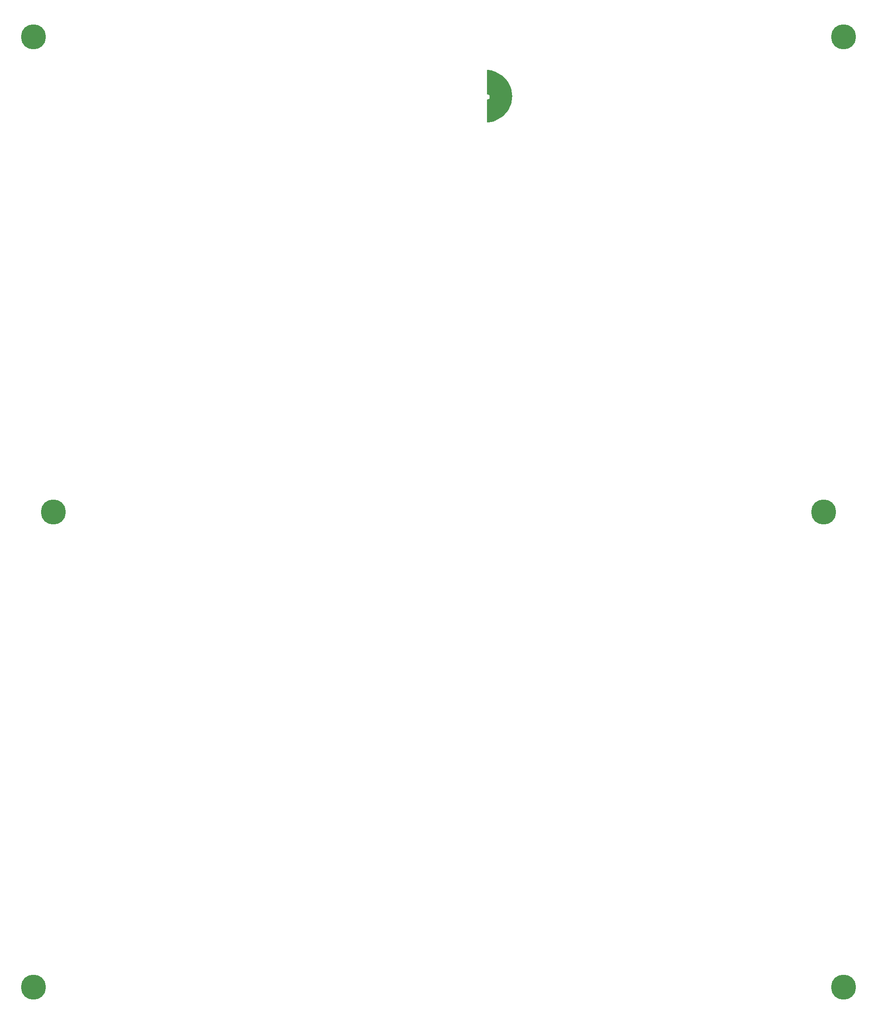
<source format=gbr>
%TF.GenerationSoftware,KiCad,Pcbnew,5.99.0-unknown-f19440f72~106~ubuntu20.04.1*%
%TF.CreationDate,2020-11-23T17:24:37-06:00*%
%TF.ProjectId,FlatAntPanel4x4,466c6174-416e-4745-9061-6e656c347834,rev?*%
%TF.SameCoordinates,Original*%
%TF.FileFunction,Soldermask,Bot*%
%TF.FilePolarity,Negative*%
%FSLAX46Y46*%
G04 Gerber Fmt 4.6, Leading zero omitted, Abs format (unit mm)*
G04 Created by KiCad (PCBNEW 5.99.0-unknown-f19440f72~106~ubuntu20.04.1) date 2020-11-23 17:24:37*
%MOMM*%
%LPD*%
G01*
G04 APERTURE LIST*
%ADD10C,2.500000*%
%ADD11C,0.000100*%
%ADD12C,5.000000*%
%ADD13C,2.900000*%
G04 APERTURE END LIST*
D10*
%TO.C,AF1*%
X103958695Y-33572347D02*
G75*
G03*
X103948400Y-26202762I-1419607J3682817D01*
G01*
D11*
X103023400Y-24628850D02*
X103218400Y-24667600D01*
X103218400Y-24667600D02*
X103378400Y-24697600D01*
X103378400Y-24697600D02*
X103578400Y-24747600D01*
X103578400Y-24747600D02*
X103908400Y-24857600D01*
X103908400Y-24857600D02*
X104288400Y-24997600D01*
X104288400Y-24997600D02*
X102698400Y-24957600D01*
X102698400Y-24957600D02*
X102698400Y-24607600D01*
X102698400Y-24607600D02*
X102828400Y-24607600D01*
X102828400Y-24607600D02*
X103023400Y-24628850D01*
G36*
X103023400Y-24628850D02*
G01*
X103218400Y-24667600D01*
X103378400Y-24697600D01*
X103578400Y-24747600D01*
X103908400Y-24857600D01*
X104288400Y-24997600D01*
X102698400Y-24957600D01*
X102698400Y-24607600D01*
X102828400Y-24607600D01*
X103023400Y-24628850D01*
G37*
X103023400Y-24628850D02*
X103218400Y-24667600D01*
X103378400Y-24697600D01*
X103578400Y-24747600D01*
X103908400Y-24857600D01*
X104288400Y-24997600D01*
X102698400Y-24957600D01*
X102698400Y-24607600D01*
X102828400Y-24607600D01*
X103023400Y-24628850D01*
X105448400Y-29427600D02*
X102698400Y-29427600D01*
X102698400Y-29427600D02*
X102698400Y-24947600D01*
X102698400Y-24947600D02*
X103988400Y-24947600D01*
X103988400Y-24947600D02*
X105448400Y-29427600D01*
G36*
X105448400Y-29427600D02*
G01*
X102698400Y-29427600D01*
X102698400Y-24947600D01*
X103988400Y-24947600D01*
X105448400Y-29427600D01*
G37*
X105448400Y-29427600D02*
X102698400Y-29427600D01*
X102698400Y-24947600D01*
X103988400Y-24947600D01*
X105448400Y-29427600D01*
X104168400Y-34807600D02*
X102698400Y-35027600D01*
X102698400Y-35027600D02*
X102698400Y-30532515D01*
X102698400Y-30532515D02*
X105198400Y-30527600D01*
X105198400Y-30527600D02*
X104168400Y-34807600D01*
G36*
X104168400Y-34807600D02*
G01*
X102698400Y-35027600D01*
X102698400Y-30532515D01*
X105198400Y-30527600D01*
X104168400Y-34807600D01*
G37*
X104168400Y-34807600D02*
X102698400Y-35027600D01*
X102698400Y-30532515D01*
X105198400Y-30527600D01*
X104168400Y-34807600D01*
X105268400Y-30537600D02*
X103238400Y-30537600D01*
X103238400Y-30537600D02*
X103238400Y-29427600D01*
X103238400Y-29427600D02*
X105268400Y-29427600D01*
X105268400Y-29427600D02*
X105268400Y-30537600D01*
G36*
X105268400Y-30537600D02*
G01*
X103238400Y-30537600D01*
X103238400Y-29427600D01*
X105268400Y-29427600D01*
X105268400Y-30537600D01*
G37*
X105268400Y-30537600D02*
X103238400Y-30537600D01*
X103238400Y-29427600D01*
X105268400Y-29427600D01*
X105268400Y-30537600D01*
X103308400Y-30547600D02*
X102718400Y-30547600D01*
X102718400Y-30547600D02*
X102808400Y-30527600D01*
X102808400Y-30527600D02*
X102918400Y-30487600D01*
X102918400Y-30487600D02*
X103018400Y-30437600D01*
X103018400Y-30437600D02*
X103108400Y-30367600D01*
X103108400Y-30367600D02*
X103168400Y-30297600D01*
X103168400Y-30297600D02*
X103235900Y-30161350D01*
X103235900Y-30161350D02*
X103247150Y-29938225D01*
X103247150Y-29938225D02*
X103209650Y-29796975D01*
X103209650Y-29796975D02*
X103158400Y-29707600D01*
X103158400Y-29707600D02*
X103108400Y-29637600D01*
X103108400Y-29637600D02*
X103048400Y-29567600D01*
X103048400Y-29567600D02*
X102978400Y-29507600D01*
X102978400Y-29507600D02*
X102908400Y-29467600D01*
X102908400Y-29467600D02*
X102808400Y-29427600D01*
X102808400Y-29427600D02*
X103308400Y-29427600D01*
X103308400Y-29427600D02*
X103308400Y-30547600D01*
G36*
X103308400Y-30547600D02*
G01*
X102718400Y-30547600D01*
X102808400Y-30527600D01*
X102918400Y-30487600D01*
X103018400Y-30437600D01*
X103108400Y-30367600D01*
X103168400Y-30297600D01*
X103235900Y-30161350D01*
X103247150Y-29938225D01*
X103209650Y-29796975D01*
X103158400Y-29707600D01*
X103108400Y-29637600D01*
X103048400Y-29567600D01*
X102978400Y-29507600D01*
X102908400Y-29467600D01*
X102808400Y-29427600D01*
X103308400Y-29427600D01*
X103308400Y-30547600D01*
G37*
X103308400Y-30547600D02*
X102718400Y-30547600D01*
X102808400Y-30527600D01*
X102918400Y-30487600D01*
X103018400Y-30437600D01*
X103108400Y-30367600D01*
X103168400Y-30297600D01*
X103235900Y-30161350D01*
X103247150Y-29938225D01*
X103209650Y-29796975D01*
X103158400Y-29707600D01*
X103108400Y-29637600D01*
X103048400Y-29567600D01*
X102978400Y-29507600D01*
X102908400Y-29467600D01*
X102808400Y-29427600D01*
X103308400Y-29427600D01*
X103308400Y-30547600D01*
X103958400Y-34867600D02*
X103788400Y-34907600D01*
X103788400Y-34907600D02*
X103588400Y-34947600D01*
X103588400Y-34947600D02*
X103338400Y-34987600D01*
X103338400Y-34987600D02*
X103148400Y-35007600D01*
X103148400Y-35007600D02*
X102998400Y-35017600D01*
X102998400Y-35017600D02*
X102788400Y-35027600D01*
X102788400Y-35027600D02*
X102698400Y-35027600D01*
X102698400Y-35027600D02*
X104168400Y-34807600D01*
X104168400Y-34807600D02*
X103958400Y-34867600D01*
G36*
X103958400Y-34867600D02*
G01*
X103788400Y-34907600D01*
X103588400Y-34947600D01*
X103338400Y-34987600D01*
X103148400Y-35007600D01*
X102998400Y-35017600D01*
X102788400Y-35027600D01*
X102698400Y-35027600D01*
X104168400Y-34807600D01*
X103958400Y-34867600D01*
G37*
X103958400Y-34867600D02*
X103788400Y-34907600D01*
X103588400Y-34947600D01*
X103338400Y-34987600D01*
X103148400Y-35007600D01*
X102998400Y-35017600D01*
X102788400Y-35027600D01*
X102698400Y-35027600D01*
X104168400Y-34807600D01*
X103958400Y-34867600D01*
%TD*%
D12*
%TO.C,H12*%
X170000000Y-113000000D03*
D13*
X170000000Y-113000000D03*
%TD*%
%TO.C,H4*%
X174000000Y-208000000D03*
D12*
X174000000Y-208000000D03*
%TD*%
%TO.C,H2*%
X174000000Y-18000000D03*
D13*
X174000000Y-18000000D03*
%TD*%
D12*
%TO.C,H3*%
X12000000Y-208000000D03*
D13*
X12000000Y-208000000D03*
%TD*%
%TO.C,H1*%
X12000000Y-18000000D03*
D12*
X12000000Y-18000000D03*
%TD*%
D13*
%TO.C,H11*%
X16000000Y-113000000D03*
D12*
X16000000Y-113000000D03*
%TD*%
M02*

</source>
